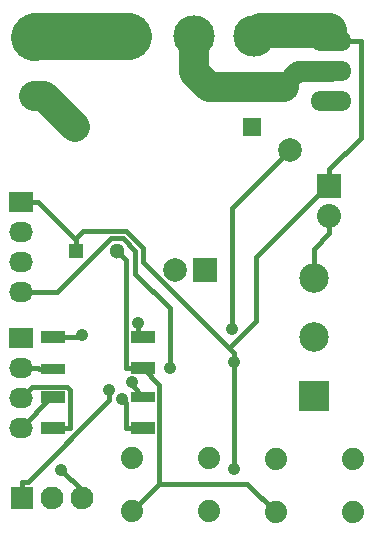
<source format=gtl>
G04 #@! TF.FileFunction,Copper,L1,Top,Signal*
%FSLAX46Y46*%
G04 Gerber Fmt 4.6, Leading zero omitted, Abs format (unit mm)*
G04 Created by KiCad (PCBNEW 4.0.2+e4-6225~38~ubuntu16.04.1-stable) date Tue 21 Jun 2016 12:08:32 PM HKT*
%MOMM*%
G01*
G04 APERTURE LIST*
%ADD10C,0.100000*%
%ADD11C,3.500120*%
%ADD12C,1.879600*%
%ADD13R,1.600000X1.600000*%
%ADD14C,1.600000*%
%ADD15C,1.300000*%
%ADD16R,1.300000X1.300000*%
%ADD17R,2.000000X2.000000*%
%ADD18C,2.000000*%
%ADD19R,2.032000X1.727200*%
%ADD20O,2.032000X1.727200*%
%ADD21R,1.930400X1.930400*%
%ADD22C,1.930400*%
%ADD23C,1.998980*%
%ADD24C,2.500000*%
%ADD25R,2.500000X2.500000*%
%ADD26R,1.998980X0.899160*%
%ADD27R,1.998980X1.000760*%
%ADD28O,3.500120X1.699260*%
%ADD29R,2.032000X2.032000*%
%ADD30O,2.032000X2.032000*%
%ADD31C,1.066800*%
%ADD32C,0.431800*%
%ADD33C,3.000000*%
%ADD34C,2.500000*%
%ADD35C,1.750000*%
%ADD36C,4.000000*%
G04 APERTURE END LIST*
D10*
D11*
X10922000Y41910000D03*
D12*
X23418800Y6134600D03*
X29921200Y6134600D03*
X23418800Y1613400D03*
X29921200Y1613400D03*
X11226800Y6197600D03*
X17729200Y6197600D03*
X11226800Y1676400D03*
X17729200Y1676400D03*
D13*
X21387000Y34239200D03*
D14*
X6387000Y34239200D03*
D15*
X10002000Y23749000D03*
D16*
X6502000Y23749000D03*
D17*
X17450000Y22072600D03*
D18*
X14910000Y22072600D03*
D19*
X1854000Y27838400D03*
D20*
X1854000Y25298400D03*
X1854000Y22758400D03*
X1854000Y20218400D03*
D19*
X1842000Y16383000D03*
D20*
X1842000Y13843000D03*
X1842000Y11303000D03*
X1842000Y8763000D03*
D11*
X16510000Y41910000D03*
X21590000Y41910000D03*
X7366000Y41910000D03*
D21*
X1905000Y2794000D03*
D22*
X4445000Y2794000D03*
X6985000Y2794000D03*
D23*
X2946000Y41818560D03*
X2946000Y36817300D03*
D24*
X26619000Y21430000D03*
D25*
X26619000Y11430000D03*
D24*
X26619000Y16430000D03*
D26*
X4582160Y13764260D03*
D27*
X4582160Y16413480D03*
X12181840Y16413480D03*
X12181840Y13812520D03*
D26*
X12181840Y11381740D03*
D27*
X12181840Y8732520D03*
X4582160Y8732520D03*
X4582160Y11333480D03*
D28*
X28067000Y38989000D03*
X28067000Y41529000D03*
X28067000Y36449000D03*
D29*
X27940000Y29210000D03*
D30*
X27940000Y26670000D03*
D23*
X24638000Y42418000D03*
X24638000Y32258000D03*
D31*
X19921900Y14322800D03*
X19921900Y5228100D03*
X5251200Y5187700D03*
X19714000Y17118200D03*
X9317900Y11913800D03*
X11223300Y12598600D03*
X11717300Y17641300D03*
X14479600Y13777200D03*
X7043100Y16583200D03*
X10412600Y11172600D03*
D32*
X27940000Y26670000D02*
X27940000Y25222200D01*
X10750500Y23000500D02*
X10002000Y23749000D01*
X10750500Y13812500D02*
X10750500Y23000500D01*
X12074900Y13812500D02*
X10750500Y13812500D01*
X12074900Y13812500D02*
X12181800Y13812500D01*
X21005600Y4026600D02*
X23418800Y1613400D01*
X13577000Y4026600D02*
X21005600Y4026600D01*
X13577000Y12417300D02*
X13577000Y4026600D01*
X12181800Y13812500D02*
X13577000Y12417300D01*
X13577000Y4026600D02*
X11226800Y1676400D01*
X26619000Y23901200D02*
X27940000Y25222200D01*
X26619000Y21430000D02*
X26619000Y23901200D01*
X21590000Y41910000D02*
X22608000Y40892000D01*
D33*
X22098000Y42418000D02*
X24638000Y42418000D01*
X24638000Y42418000D02*
X27940000Y42418000D01*
D32*
X6309400Y24830800D02*
X6502000Y24830800D01*
X3301800Y27838400D02*
X6309400Y24830800D01*
X1854000Y27838400D02*
X3301800Y27838400D01*
X6502000Y23749000D02*
X6502000Y24830800D01*
X19921900Y14322800D02*
X19921900Y5228100D01*
X28067000Y41529000D02*
X28127000Y41529000D01*
X28127000Y41529000D02*
X28187000Y41529000D01*
X30607000Y33274000D02*
X27940000Y30657800D01*
X30607000Y41529000D02*
X30607000Y33274000D01*
X28186700Y41529000D02*
X30607000Y41529000D01*
X28127000Y41529000D02*
X28186700Y41529000D01*
X27940000Y29210000D02*
X27940000Y29401800D01*
X27940000Y29401800D02*
X27940000Y30657800D01*
X21789800Y17812200D02*
X19488700Y15511100D01*
X21789800Y23251600D02*
X21789800Y17812200D01*
X27940000Y29401800D02*
X21789800Y23251600D01*
X19921900Y15077900D02*
X19488700Y15511100D01*
X19921900Y14322800D02*
X19921900Y15077900D01*
X7086600Y25415400D02*
X6502000Y24830800D01*
X10741600Y25415400D02*
X7086600Y25415400D01*
X12212800Y23944200D02*
X10741600Y25415400D01*
X12212800Y22787000D02*
X12212800Y23944200D01*
X19488700Y15511100D02*
X12212800Y22787000D01*
X6985000Y3453900D02*
X6985000Y2794000D01*
X5251200Y5187700D02*
X6985000Y3453900D01*
D34*
X3809000Y36817300D02*
X6387000Y34239200D01*
X2946000Y36817300D02*
X3809000Y36817300D01*
D32*
X19714000Y27334000D02*
X19714000Y17118200D01*
X24638000Y32258000D02*
X19714000Y27334000D01*
X9317900Y11084900D02*
X9317900Y11913800D01*
X2424000Y4191000D02*
X9317900Y11084900D01*
X1905000Y4191000D02*
X2424000Y4191000D01*
X1905000Y2794000D02*
X1905000Y4191000D01*
X11223300Y12340200D02*
X11223300Y12598600D01*
X12181800Y11381700D02*
X11223300Y12340200D01*
X11717300Y16878000D02*
X11717300Y17641300D01*
X12181800Y16413500D02*
X11717300Y16878000D01*
X14479600Y18876700D02*
X14479600Y13777200D01*
X11545400Y21810900D02*
X14479600Y18876700D01*
X11545400Y23734800D02*
X11545400Y21810900D01*
X10478200Y24802000D02*
X11545400Y23734800D01*
X9470900Y24802000D02*
X10478200Y24802000D01*
X4887300Y20218400D02*
X9470900Y24802000D01*
X1854000Y20218400D02*
X4887300Y20218400D01*
X3368500Y13764300D02*
X3289800Y13843000D01*
X4582200Y13764300D02*
X3368500Y13764300D01*
X1842000Y13843000D02*
X3289800Y13843000D01*
X2788500Y12249500D02*
X1842000Y11303000D01*
X5729500Y12249500D02*
X2788500Y12249500D01*
X6013500Y11965500D02*
X5729500Y12249500D01*
X6013500Y8732500D02*
X6013500Y11965500D01*
X4582200Y8732500D02*
X6013500Y8732500D01*
X4412500Y11333500D02*
X1842000Y8763000D01*
X4582200Y11333500D02*
X4412500Y11333500D01*
D35*
X25273000Y38989000D02*
X24892000Y38608000D01*
X28067000Y38989000D02*
X25273000Y38989000D01*
D34*
X17780000Y37592000D02*
X24130000Y37592000D01*
X16510000Y38862000D02*
X17780000Y37592000D01*
X16510000Y41910000D02*
X16510000Y38862000D01*
D36*
X10922000Y41910000D02*
X7366000Y41910000D01*
X3037000Y41910000D02*
X2946000Y41818600D01*
X7366000Y41910000D02*
X3037000Y41910000D01*
D32*
X6873400Y16413500D02*
X7043100Y16583200D01*
X4582200Y16413500D02*
X6873400Y16413500D01*
X10750500Y10834700D02*
X10412600Y11172600D01*
X10750500Y8732500D02*
X10750500Y10834700D01*
X12181800Y8732500D02*
X10750500Y8732500D01*
M02*

</source>
